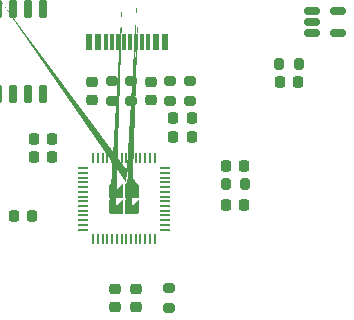
<source format=gbr>
%TF.GenerationSoftware,KiCad,Pcbnew,(6.99.0-4059-gb058ef2d87)*%
%TF.CreationDate,2022-11-01T12:35:59-04:00*%
%TF.ProjectId,rp2040_keyboard,72703230-3430-45f6-9b65-79626f617264,rev?*%
%TF.SameCoordinates,Original*%
%TF.FileFunction,Paste,Top*%
%TF.FilePolarity,Positive*%
%FSLAX46Y46*%
G04 Gerber Fmt 4.6, Leading zero omitted, Abs format (unit mm)*
G04 Created by KiCad (PCBNEW (6.99.0-4059-gb058ef2d87)) date 2022-11-01 12:35:59*
%MOMM*%
%LPD*%
G01*
G04 APERTURE LIST*
G04 Aperture macros list*
%AMRoundRect*
0 Rectangle with rounded corners*
0 $1 Rounding radius*
0 $2 $3 $4 $5 $6 $7 $8 $9 X,Y pos of 4 corners*
0 Add a 4 corners polygon primitive as box body*
4,1,4,$2,$3,$4,$5,$6,$7,$8,$9,$2,$3,0*
0 Add four circle primitives for the rounded corners*
1,1,$1+$1,$2,$3*
1,1,$1+$1,$4,$5*
1,1,$1+$1,$6,$7*
1,1,$1+$1,$8,$9*
0 Add four rect primitives between the rounded corners*
20,1,$1+$1,$2,$3,$4,$5,0*
20,1,$1+$1,$4,$5,$6,$7,0*
20,1,$1+$1,$6,$7,$8,$9,0*
20,1,$1+$1,$8,$9,$2,$3,0*%
%AMFreePoly0*
4,1,51,0.532219,0.614745,0.539697,0.609939,0.548497,0.608674,0.568110,0.591679,0.589937,0.577652,0.593630,0.569567,0.600348,0.563745,0.607658,0.538848,0.618438,0.515244,0.617173,0.506444,0.619677,0.497915,0.619677,-0.497915,0.614745,-0.532219,0.609939,-0.539697,0.608674,-0.548497,0.591679,-0.568110,0.577652,-0.589937,0.569567,-0.593630,0.563745,-0.600348,0.538848,-0.607658,
0.515244,-0.618438,0.506444,-0.617173,0.497915,-0.619677,-0.497915,-0.619677,-0.532219,-0.614745,-0.539697,-0.609939,-0.548497,-0.608674,-0.568110,-0.591679,-0.589937,-0.577652,-0.593630,-0.569567,-0.600348,-0.563745,-0.607658,-0.538848,-0.618438,-0.515244,-0.617173,-0.506444,-0.619677,-0.497915,-0.619677,0.397045,-0.616583,0.418565,-0.616895,0.422927,-0.615620,0.425262,-0.614745,0.431349,
-0.598457,0.456694,-0.584014,0.483144,-0.483144,0.584014,-0.465739,0.597043,-0.462875,0.600348,-0.460322,0.601097,-0.455399,0.604783,-0.425958,0.611188,-0.397045,0.619677,0.497915,0.619677,0.532219,0.614745,0.532219,0.614745,$1*%
%AMFreePoly1*
4,1,51,0.532219,0.614745,0.539697,0.609939,0.548497,0.608674,0.568110,0.591679,0.589937,0.577652,0.593630,0.569567,0.600348,0.563745,0.607658,0.538848,0.618438,0.515244,0.617173,0.506444,0.619677,0.497915,0.619677,-0.497915,0.614745,-0.532219,0.609939,-0.539697,0.608674,-0.548497,0.591679,-0.568110,0.577652,-0.589937,0.569567,-0.593630,0.563745,-0.600348,0.538848,-0.607658,
0.515244,-0.618438,0.506444,-0.617173,0.497915,-0.619677,-0.397045,-0.619677,-0.418565,-0.616583,-0.422927,-0.616895,-0.425262,-0.615620,-0.431349,-0.614745,-0.456694,-0.598457,-0.483144,-0.584014,-0.584014,-0.483144,-0.597044,-0.465738,-0.600348,-0.462875,-0.601097,-0.460324,-0.604783,-0.455400,-0.611188,-0.425957,-0.619677,-0.397045,-0.619677,0.497915,-0.614745,0.532219,-0.609939,0.539697,
-0.608674,0.548497,-0.591679,0.568110,-0.577652,0.589937,-0.569567,0.593630,-0.563745,0.600348,-0.538848,0.607658,-0.515244,0.618438,-0.506444,0.617173,-0.497915,0.619677,0.497915,0.619677,0.532219,0.614745,0.532219,0.614745,$1*%
%AMFreePoly2*
4,1,51,0.418565,0.616583,0.422927,0.616895,0.425262,0.615620,0.431349,0.614745,0.456694,0.598457,0.483144,0.584014,0.584014,0.483144,0.597043,0.465739,0.600348,0.462875,0.601097,0.460322,0.604783,0.455399,0.611188,0.425958,0.619677,0.397045,0.619677,-0.497915,0.614745,-0.532219,0.609939,-0.539697,0.608674,-0.548497,0.591679,-0.568110,0.577652,-0.589937,0.569567,-0.593630,
0.563745,-0.600348,0.538848,-0.607658,0.515244,-0.618438,0.506444,-0.617173,0.497915,-0.619677,-0.497915,-0.619677,-0.532219,-0.614745,-0.539697,-0.609939,-0.548497,-0.608674,-0.568110,-0.591679,-0.589937,-0.577652,-0.593630,-0.569567,-0.600348,-0.563745,-0.607658,-0.538848,-0.618438,-0.515244,-0.617173,-0.506444,-0.619677,-0.497915,-0.619677,0.497915,-0.614745,0.532219,-0.609939,0.539697,
-0.608674,0.548497,-0.591679,0.568110,-0.577652,0.589937,-0.569567,0.593630,-0.563745,0.600348,-0.538848,0.607658,-0.515244,0.618438,-0.506444,0.617173,-0.497915,0.619677,0.397045,0.619677,0.418565,0.616583,0.418565,0.616583,$1*%
%AMFreePoly3*
4,1,51,0.532219,0.614745,0.539697,0.609939,0.548497,0.608674,0.568110,0.591679,0.589937,0.577652,0.593630,0.569567,0.600348,0.563745,0.607658,0.538848,0.618438,0.515244,0.617173,0.506444,0.619677,0.497915,0.619677,-0.397045,0.616583,-0.418565,0.616895,-0.422927,0.615620,-0.425262,0.614745,-0.431349,0.598457,-0.456694,0.584014,-0.483144,0.483144,-0.584014,0.465738,-0.597044,
0.462875,-0.600348,0.460324,-0.601097,0.455400,-0.604783,0.425957,-0.611188,0.397045,-0.619677,-0.497915,-0.619677,-0.532219,-0.614745,-0.539697,-0.609939,-0.548497,-0.608674,-0.568110,-0.591679,-0.589937,-0.577652,-0.593630,-0.569567,-0.600348,-0.563745,-0.607658,-0.538848,-0.618438,-0.515244,-0.617173,-0.506444,-0.619677,-0.497915,-0.619677,0.497915,-0.614745,0.532219,-0.609939,0.539697,
-0.608674,0.548497,-0.591679,0.568110,-0.577652,0.589937,-0.569567,0.593630,-0.563745,0.600348,-0.538848,0.607658,-0.515244,0.618438,-0.506444,0.617173,-0.497915,0.619677,0.497915,0.619677,0.532219,0.614745,0.532219,0.614745,$1*%
G04 Aperture macros list end*
%ADD10RoundRect,0.225000X-0.225000X-0.250000X0.225000X-0.250000X0.225000X0.250000X-0.225000X0.250000X0*%
%ADD11RoundRect,0.225000X0.225000X0.250000X-0.225000X0.250000X-0.225000X-0.250000X0.225000X-0.250000X0*%
%ADD12RoundRect,0.200000X0.200000X0.275000X-0.200000X0.275000X-0.200000X-0.275000X0.200000X-0.275000X0*%
%ADD13R,0.600000X1.450000*%
%ADD14R,0.300000X1.450000*%
%ADD15RoundRect,0.225000X-0.250000X0.225000X-0.250000X-0.225000X0.250000X-0.225000X0.250000X0.225000X0*%
%ADD16RoundRect,0.200000X-0.200000X-0.275000X0.200000X-0.275000X0.200000X0.275000X-0.200000X0.275000X0*%
%ADD17RoundRect,0.200000X0.275000X-0.200000X0.275000X0.200000X-0.275000X0.200000X-0.275000X-0.200000X0*%
%ADD18RoundRect,0.200000X-0.275000X0.200000X-0.275000X-0.200000X0.275000X-0.200000X0.275000X0.200000X0*%
%ADD19RoundRect,0.150000X0.150000X-0.650000X0.150000X0.650000X-0.150000X0.650000X-0.150000X-0.650000X0*%
%ADD20FreePoly0,0.000000*%
%ADD21FreePoly1,0.000000*%
%ADD22FreePoly2,0.000000*%
%ADD23FreePoly3,0.000000*%
%ADD24RoundRect,0.050000X-0.387500X-0.050000X0.387500X-0.050000X0.387500X0.050000X-0.387500X0.050000X0*%
%ADD25RoundRect,0.050000X-0.050000X-0.387500X0.050000X-0.387500X0.050000X0.387500X-0.050000X0.387500X0*%
%ADD26RoundRect,0.150000X-0.512500X-0.150000X0.512500X-0.150000X0.512500X0.150000X-0.512500X0.150000X0*%
%ADD27RoundRect,0.225000X0.250000X-0.225000X0.250000X0.225000X-0.250000X0.225000X-0.250000X-0.225000X0*%
G04 APERTURE END LIST*
D10*
%TO.C,C4*%
X135864000Y-72644000D03*
X137414000Y-72644000D03*
%TD*%
D11*
%TO.C,C16*%
X118148400Y-53949600D03*
X116598400Y-53949600D03*
%TD*%
D12*
%TO.C,R6*%
X109525000Y-80300000D03*
X107875000Y-80300000D03*
%TD*%
D13*
%TO.C,J1*%
X130757999Y-58856999D03*
X129957999Y-58856999D03*
D14*
X128757999Y-58856999D03*
X127757999Y-58856999D03*
X127257999Y-58856999D03*
X126257999Y-58856999D03*
D13*
X125057999Y-58856999D03*
X124257999Y-58856999D03*
X124257999Y-58856999D03*
X125057999Y-58856999D03*
D14*
X125757999Y-58856999D03*
X126757999Y-58856999D03*
X128257999Y-58856999D03*
X129257999Y-58856999D03*
D13*
X129957999Y-58856999D03*
X130757999Y-58856999D03*
%TD*%
D11*
%TO.C,C12*%
X107575000Y-66000000D03*
X106025000Y-66000000D03*
%TD*%
%TO.C,C1*%
X121175000Y-68600000D03*
X119625000Y-68600000D03*
%TD*%
D15*
%TO.C,C9*%
X128300000Y-79743000D03*
X128300000Y-81293000D03*
%TD*%
D10*
%TO.C,C5*%
X135877000Y-69342000D03*
X137427000Y-69342000D03*
%TD*%
D11*
%TO.C,C15*%
X121175000Y-67100000D03*
X119625000Y-67100000D03*
%TD*%
D16*
%TO.C,R1*%
X135890000Y-70866000D03*
X137540000Y-70866000D03*
%TD*%
D15*
%TO.C,C3*%
X126492000Y-79743000D03*
X126492000Y-81293000D03*
%TD*%
D11*
%TO.C,C13*%
X105975000Y-80300000D03*
X104425000Y-80300000D03*
%TD*%
D10*
%TO.C,C14*%
X131425000Y-66900000D03*
X132975000Y-66900000D03*
%TD*%
D17*
%TO.C,R7*%
X126268000Y-63817000D03*
X126268000Y-62167000D03*
%TD*%
D18*
%TO.C,R2*%
X131191000Y-62167000D03*
X131191000Y-63817000D03*
%TD*%
%TO.C,R8*%
X127889000Y-62167000D03*
X127889000Y-63817000D03*
%TD*%
D10*
%TO.C,C11*%
X147561000Y-56134000D03*
X149111000Y-56134000D03*
%TD*%
%TO.C,C10*%
X131425000Y-65300000D03*
X132975000Y-65300000D03*
%TD*%
D12*
%TO.C,R10*%
X149415000Y-72644000D03*
X147765000Y-72644000D03*
%TD*%
D18*
%TO.C,R3*%
X132842000Y-62167000D03*
X132842000Y-63817000D03*
%TD*%
D19*
%TO.C,U3*%
X116560600Y-63290000D03*
X117830600Y-63290000D03*
X119100600Y-63290000D03*
X120370600Y-63290000D03*
X120370600Y-56090000D03*
X119100600Y-56090000D03*
X117830600Y-56090000D03*
X116560600Y-56090000D03*
%TD*%
D12*
%TO.C,R9*%
X149415000Y-67564000D03*
X147765000Y-67564000D03*
%TD*%
D20*
%TO.C,U1*%
X126579000Y-71461000D03*
D21*
X126579000Y-72811000D03*
D22*
X127929000Y-71461000D03*
D23*
X127929000Y-72811000D03*
D24*
X123816500Y-69536000D03*
X123816500Y-69936000D03*
X123816500Y-70336000D03*
X123816500Y-70736000D03*
X123816500Y-71136000D03*
X123816500Y-71536000D03*
X123816500Y-71936000D03*
X123816500Y-72336000D03*
X123816500Y-72736000D03*
X123816500Y-73136000D03*
X123816500Y-73536000D03*
X123816500Y-73936000D03*
X123816500Y-74336000D03*
X123816500Y-74736000D03*
D25*
X124654000Y-75573500D03*
X125054000Y-75573500D03*
X125454000Y-75573500D03*
X125854000Y-75573500D03*
X126254000Y-75573500D03*
X126654000Y-75573500D03*
X127054000Y-75573500D03*
X127454000Y-75573500D03*
X127854000Y-75573500D03*
X128254000Y-75573500D03*
X128654000Y-75573500D03*
X129054000Y-75573500D03*
X129454000Y-75573500D03*
X129854000Y-75573500D03*
D24*
X130691500Y-74736000D03*
X130691500Y-74336000D03*
X130691500Y-73936000D03*
X130691500Y-73536000D03*
X130691500Y-73136000D03*
X130691500Y-72736000D03*
X130691500Y-72336000D03*
X130691500Y-71936000D03*
X130691500Y-71536000D03*
X130691500Y-71136000D03*
X130691500Y-70736000D03*
X130691500Y-70336000D03*
X130691500Y-69936000D03*
X130691500Y-69536000D03*
D25*
X129854000Y-68698500D03*
X129454000Y-68698500D03*
X129054000Y-68698500D03*
X128654000Y-68698500D03*
X128254000Y-68698500D03*
X127854000Y-68698500D03*
X127454000Y-68698500D03*
X127054000Y-68698500D03*
X126654000Y-68698500D03*
X126254000Y-68698500D03*
X125854000Y-68698500D03*
X125454000Y-68698500D03*
X125054000Y-68698500D03*
X124654000Y-68698500D03*
%TD*%
D11*
%TO.C,C2*%
X119475000Y-73600000D03*
X117925000Y-73600000D03*
%TD*%
D26*
%TO.C,U2*%
X143134500Y-56200000D03*
X143134500Y-57150000D03*
X143134500Y-58100000D03*
X145409500Y-58100000D03*
X145409500Y-56200000D03*
%TD*%
D27*
%TO.C,C6*%
X124587000Y-63767000D03*
X124587000Y-62217000D03*
%TD*%
D17*
%TO.C,R4*%
X131064000Y-81343000D03*
X131064000Y-79693000D03*
%TD*%
D10*
%TO.C,C7*%
X140449000Y-62230000D03*
X141999000Y-62230000D03*
%TD*%
D27*
%TO.C,C8*%
X129540000Y-63767000D03*
X129540000Y-62217000D03*
%TD*%
D16*
%TO.C,R5*%
X140399000Y-60706000D03*
X142049000Y-60706000D03*
%TD*%
M02*

</source>
